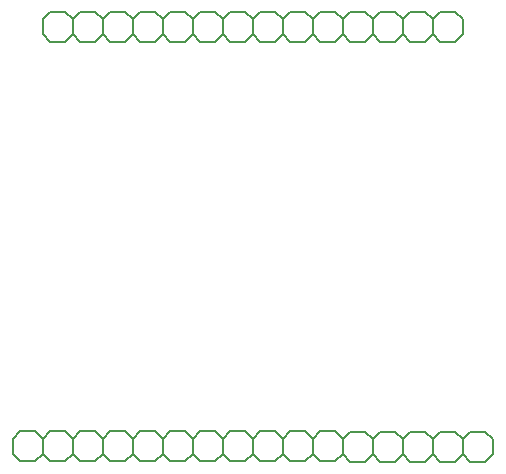
<source format=gbr>
G04 EAGLE Gerber RS-274X export*
G75*
%MOMM*%
%FSLAX34Y34*%
%LPD*%
%INSilkscreen Top*%
%IPPOS*%
%AMOC8*
5,1,8,0,0,1.08239X$1,22.5*%
G01*
%ADD10C,0.152400*%


D10*
X130810Y13208D02*
X118110Y13208D01*
X111760Y19558D01*
X111760Y32258D01*
X118110Y38608D01*
X137160Y32258D02*
X137160Y19558D01*
X130810Y13208D01*
X137160Y32258D02*
X130810Y38608D01*
X118110Y38608D01*
X105410Y13208D02*
X92710Y13208D01*
X86360Y19558D01*
X86360Y32258D01*
X92710Y38608D01*
X111760Y32258D02*
X111760Y19558D01*
X105410Y13208D01*
X111760Y32258D02*
X105410Y38608D01*
X92710Y38608D01*
X86360Y32258D02*
X86360Y19558D01*
X80010Y13208D01*
X67310Y13208D01*
X60960Y19558D01*
X67310Y38608D02*
X80010Y38608D01*
X86360Y32258D01*
X67310Y38608D02*
X60960Y32258D01*
X60960Y19558D01*
X60960Y32258D01*
X60960Y19558D02*
X54610Y13208D01*
X41910Y13208D01*
X35560Y19558D01*
X41910Y38608D02*
X54610Y38608D01*
X60960Y32258D01*
X41910Y38608D02*
X35560Y32258D01*
X35560Y19558D01*
X35560Y32258D01*
X35560Y19558D02*
X29210Y13208D01*
X16510Y13208D01*
X10160Y19558D01*
X16510Y38608D02*
X29210Y38608D01*
X35560Y32258D01*
X16510Y38608D02*
X10160Y32258D01*
X10160Y19558D01*
X137160Y19558D02*
X137160Y32258D01*
X143510Y38608D01*
X156210Y38608D01*
X162560Y32258D01*
X156210Y13208D02*
X143510Y13208D01*
X137160Y19558D01*
X156210Y13208D02*
X162560Y19558D01*
X162560Y32258D01*
X162560Y19558D01*
X162560Y32258D02*
X168910Y38608D01*
X181610Y38608D01*
X187960Y32258D01*
X181610Y13208D02*
X168910Y13208D01*
X162560Y19558D01*
X181610Y13208D02*
X187960Y19558D01*
X187960Y32258D01*
X187960Y19558D01*
X187960Y32258D02*
X194310Y38608D01*
X207010Y38608D01*
X213360Y32258D01*
X207010Y13208D02*
X194310Y13208D01*
X187960Y19558D01*
X207010Y13208D02*
X213360Y19558D01*
X213360Y32258D01*
X35560Y374904D02*
X35560Y387604D01*
X41910Y393954D01*
X54610Y393954D01*
X60960Y387604D01*
X54610Y368554D02*
X41910Y368554D01*
X35560Y374904D01*
X54610Y368554D02*
X60960Y374904D01*
X60960Y387604D01*
X60960Y374904D01*
X60960Y387604D02*
X67310Y393954D01*
X80010Y393954D01*
X86360Y387604D01*
X80010Y368554D02*
X67310Y368554D01*
X60960Y374904D01*
X80010Y368554D02*
X86360Y374904D01*
X86360Y387604D01*
X86360Y374904D01*
X86360Y387604D02*
X92710Y393954D01*
X105410Y393954D01*
X111760Y387604D01*
X105410Y368554D02*
X92710Y368554D01*
X86360Y374904D01*
X105410Y368554D02*
X111760Y374904D01*
X111760Y387604D01*
X111760Y374904D01*
X111760Y387604D02*
X118110Y393954D01*
X130810Y393954D01*
X137160Y387604D01*
X130810Y368554D02*
X118110Y368554D01*
X111760Y374904D01*
X130810Y368554D02*
X137160Y374904D01*
X137160Y387604D01*
X137160Y374904D01*
X137160Y387604D02*
X143510Y393954D01*
X156210Y393954D01*
X162560Y387604D01*
X156210Y368554D02*
X143510Y368554D01*
X137160Y374904D01*
X156210Y368554D02*
X162560Y374904D01*
X162560Y387604D01*
X162560Y374904D01*
X162560Y387604D02*
X168910Y393954D01*
X181610Y393954D01*
X187960Y387604D01*
X181610Y368554D02*
X168910Y368554D01*
X162560Y374904D01*
X181610Y368554D02*
X187960Y374904D01*
X187960Y387604D01*
X187960Y374904D01*
X187960Y387604D02*
X194310Y393954D01*
X207010Y393954D01*
X213360Y387604D01*
X207010Y368554D02*
X194310Y368554D01*
X187960Y374904D01*
X207010Y368554D02*
X213360Y374904D01*
X213360Y387604D01*
X213360Y374904D01*
X213360Y387604D02*
X219710Y393954D01*
X232410Y393954D01*
X238760Y387604D01*
X232410Y368554D02*
X219710Y368554D01*
X213360Y374904D01*
X232410Y368554D02*
X238760Y374904D01*
X238760Y387604D01*
X238760Y374904D01*
X238760Y387604D02*
X245110Y393954D01*
X257810Y393954D01*
X264160Y387604D01*
X257810Y368554D02*
X245110Y368554D01*
X238760Y374904D01*
X257810Y368554D02*
X264160Y374904D01*
X264160Y387604D01*
X264160Y374904D01*
X264160Y387604D02*
X270510Y393954D01*
X283210Y393954D01*
X289560Y387604D01*
X283210Y368554D02*
X270510Y368554D01*
X264160Y374904D01*
X283210Y368554D02*
X289560Y374904D01*
X289560Y387604D01*
X289560Y374904D01*
X289560Y387604D02*
X295910Y393954D01*
X308610Y393954D01*
X314960Y387604D01*
X308610Y368554D02*
X295910Y368554D01*
X289560Y374904D01*
X308610Y368554D02*
X314960Y374904D01*
X314960Y387604D01*
X314960Y374904D01*
X314960Y387604D02*
X321310Y393954D01*
X334010Y393954D01*
X340360Y387604D01*
X334010Y368554D02*
X321310Y368554D01*
X314960Y374904D01*
X334010Y368554D02*
X340360Y374904D01*
X340360Y387604D01*
X340360Y374904D01*
X340360Y387604D02*
X346710Y393954D01*
X359410Y393954D01*
X365760Y387604D01*
X359410Y368554D02*
X346710Y368554D01*
X340360Y374904D01*
X359410Y368554D02*
X365760Y374904D01*
X365760Y387604D01*
X365760Y374904D01*
X365760Y387604D02*
X372110Y393954D01*
X384810Y393954D01*
X391160Y387604D01*
X384810Y368554D02*
X372110Y368554D01*
X365760Y374904D01*
X384810Y368554D02*
X391160Y374904D01*
X391160Y387604D01*
X213360Y32258D02*
X213360Y19558D01*
X213360Y32258D02*
X219710Y38608D01*
X232410Y38608D01*
X238760Y32258D01*
X232410Y13208D02*
X219710Y13208D01*
X213360Y19558D01*
X232410Y13208D02*
X238760Y19558D01*
X238760Y32258D01*
X238760Y19558D01*
X238760Y32258D02*
X245110Y38608D01*
X257810Y38608D01*
X264160Y32258D01*
X257810Y13208D02*
X245110Y13208D01*
X238760Y19558D01*
X257810Y13208D02*
X264160Y19558D01*
X264160Y32258D01*
X264160Y19558D01*
X264160Y32258D02*
X270510Y38608D01*
X283210Y38608D01*
X289560Y32258D01*
X283210Y13208D02*
X270510Y13208D01*
X264160Y19558D01*
X283210Y13208D02*
X289560Y19558D01*
X289560Y32258D01*
X416560Y32004D02*
X416560Y19304D01*
X410210Y12954D01*
X397510Y12954D01*
X391160Y19304D01*
X397510Y38354D02*
X410210Y38354D01*
X416560Y32004D01*
X397510Y38354D02*
X391160Y32004D01*
X391160Y19304D01*
X391160Y32004D01*
X391160Y19304D02*
X384810Y12954D01*
X372110Y12954D01*
X365760Y19304D01*
X372110Y38354D02*
X384810Y38354D01*
X391160Y32004D01*
X372110Y38354D02*
X365760Y32004D01*
X365760Y19304D01*
X365760Y32004D01*
X365760Y19304D02*
X359410Y12954D01*
X346710Y12954D01*
X340360Y19304D01*
X346710Y38354D02*
X359410Y38354D01*
X365760Y32004D01*
X346710Y38354D02*
X340360Y32004D01*
X340360Y19304D01*
X340360Y32004D01*
X340360Y19304D02*
X334010Y12954D01*
X321310Y12954D01*
X314960Y19304D01*
X321310Y38354D02*
X334010Y38354D01*
X340360Y32004D01*
X321310Y38354D02*
X314960Y32004D01*
X314960Y19304D01*
X314960Y32004D01*
X314960Y19304D02*
X308610Y12954D01*
X295910Y12954D01*
X289560Y19304D01*
X295910Y38354D02*
X308610Y38354D01*
X314960Y32004D01*
X295910Y38354D02*
X289560Y32004D01*
X289560Y19304D01*
M02*

</source>
